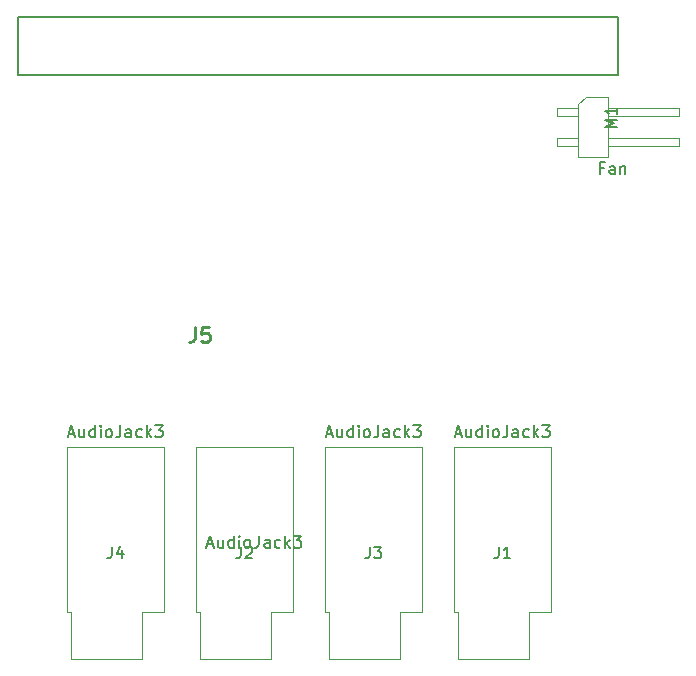
<source format=gbr>
%TF.GenerationSoftware,KiCad,Pcbnew,5.1.10-88a1d61d58~90~ubuntu20.04.1*%
%TF.CreationDate,2021-12-20T21:33:27+00:00*%
%TF.ProjectId,RPi_shield,5250695f-7368-4696-956c-642e6b696361,rev?*%
%TF.SameCoordinates,Original*%
%TF.FileFunction,Other,Fab,Top*%
%FSLAX46Y46*%
G04 Gerber Fmt 4.6, Leading zero omitted, Abs format (unit mm)*
G04 Created by KiCad (PCBNEW 5.1.10-88a1d61d58~90~ubuntu20.04.1) date 2021-12-20 21:33:27*
%MOMM*%
%LPD*%
G01*
G04 APERTURE LIST*
%ADD10C,0.100000*%
%ADD11C,0.200000*%
%ADD12C,0.150000*%
%ADD13C,0.254000*%
G04 APERTURE END LIST*
D10*
%TO.C,J1*%
X101922000Y-88004000D02*
X95922000Y-88004000D01*
X95922000Y-88004000D02*
X95922000Y-84004000D01*
X95922000Y-84004000D02*
X95622000Y-84004000D01*
X95622000Y-84004000D02*
X95622000Y-70004000D01*
X95622000Y-70004000D02*
X103822000Y-70004000D01*
X103822000Y-70004000D02*
X103822000Y-84004000D01*
X103822000Y-84004000D02*
X101922000Y-84004000D01*
X101922000Y-84004000D02*
X101922000Y-88004000D01*
%TO.C,J2*%
X80078000Y-84004000D02*
X80078000Y-88004000D01*
X81978000Y-84004000D02*
X80078000Y-84004000D01*
X81978000Y-70004000D02*
X81978000Y-84004000D01*
X73778000Y-70004000D02*
X81978000Y-70004000D01*
X73778000Y-84004000D02*
X73778000Y-70004000D01*
X74078000Y-84004000D02*
X73778000Y-84004000D01*
X74078000Y-88004000D02*
X74078000Y-84004000D01*
X80078000Y-88004000D02*
X74078000Y-88004000D01*
%TO.C,J3*%
X91000000Y-88004000D02*
X85000000Y-88004000D01*
X85000000Y-88004000D02*
X85000000Y-84004000D01*
X85000000Y-84004000D02*
X84700000Y-84004000D01*
X84700000Y-84004000D02*
X84700000Y-70004000D01*
X84700000Y-70004000D02*
X92900000Y-70004000D01*
X92900000Y-70004000D02*
X92900000Y-84004000D01*
X92900000Y-84004000D02*
X91000000Y-84004000D01*
X91000000Y-84004000D02*
X91000000Y-88004000D01*
%TO.C,J4*%
X69156000Y-84004000D02*
X69156000Y-88004000D01*
X71056000Y-84004000D02*
X69156000Y-84004000D01*
X71056000Y-70004000D02*
X71056000Y-84004000D01*
X62856000Y-70004000D02*
X71056000Y-70004000D01*
X62856000Y-84004000D02*
X62856000Y-70004000D01*
X63156000Y-84004000D02*
X62856000Y-84004000D01*
X63156000Y-88004000D02*
X63156000Y-84004000D01*
X69156000Y-88004000D02*
X63156000Y-88004000D01*
D11*
%TO.C,J5*%
X109474000Y-38543000D02*
X109474000Y-33593000D01*
X58674000Y-38543000D02*
X109474000Y-38543000D01*
X58674000Y-33593000D02*
X58674000Y-38543000D01*
X109474000Y-33593000D02*
X58674000Y-33593000D01*
D10*
%TO.C,M1*%
X108688000Y-44516000D02*
X114688000Y-44516000D01*
X114688000Y-43876000D02*
X114688000Y-44516000D01*
X108688000Y-43876000D02*
X114688000Y-43876000D01*
X104328000Y-44516000D02*
X106148000Y-44516000D01*
X104328000Y-43876000D02*
X104328000Y-44516000D01*
X104328000Y-43876000D02*
X106148000Y-43876000D01*
X108688000Y-41976000D02*
X114688000Y-41976000D01*
X114688000Y-41336000D02*
X114688000Y-41976000D01*
X108688000Y-41336000D02*
X114688000Y-41336000D01*
X104328000Y-41976000D02*
X106148000Y-41976000D01*
X104328000Y-41336000D02*
X104328000Y-41976000D01*
X104328000Y-41336000D02*
X106148000Y-41336000D01*
X106148000Y-41021000D02*
X106783000Y-40386000D01*
X106148000Y-45466000D02*
X106148000Y-41021000D01*
X108688000Y-45466000D02*
X106148000Y-45466000D01*
X108688000Y-40386000D02*
X108688000Y-45466000D01*
X106783000Y-40386000D02*
X108688000Y-40386000D01*
%TD*%
%TO.C,J1*%
D12*
X95745809Y-68920666D02*
X96222000Y-68920666D01*
X95650571Y-69206380D02*
X95983904Y-68206380D01*
X96317238Y-69206380D01*
X97079142Y-68539714D02*
X97079142Y-69206380D01*
X96650571Y-68539714D02*
X96650571Y-69063523D01*
X96698190Y-69158761D01*
X96793428Y-69206380D01*
X96936285Y-69206380D01*
X97031523Y-69158761D01*
X97079142Y-69111142D01*
X97983904Y-69206380D02*
X97983904Y-68206380D01*
X97983904Y-69158761D02*
X97888666Y-69206380D01*
X97698190Y-69206380D01*
X97602952Y-69158761D01*
X97555333Y-69111142D01*
X97507714Y-69015904D01*
X97507714Y-68730190D01*
X97555333Y-68634952D01*
X97602952Y-68587333D01*
X97698190Y-68539714D01*
X97888666Y-68539714D01*
X97983904Y-68587333D01*
X98460095Y-69206380D02*
X98460095Y-68539714D01*
X98460095Y-68206380D02*
X98412476Y-68254000D01*
X98460095Y-68301619D01*
X98507714Y-68254000D01*
X98460095Y-68206380D01*
X98460095Y-68301619D01*
X99079142Y-69206380D02*
X98983904Y-69158761D01*
X98936285Y-69111142D01*
X98888666Y-69015904D01*
X98888666Y-68730190D01*
X98936285Y-68634952D01*
X98983904Y-68587333D01*
X99079142Y-68539714D01*
X99222000Y-68539714D01*
X99317238Y-68587333D01*
X99364857Y-68634952D01*
X99412476Y-68730190D01*
X99412476Y-69015904D01*
X99364857Y-69111142D01*
X99317238Y-69158761D01*
X99222000Y-69206380D01*
X99079142Y-69206380D01*
X100126761Y-68206380D02*
X100126761Y-68920666D01*
X100079142Y-69063523D01*
X99983904Y-69158761D01*
X99841047Y-69206380D01*
X99745809Y-69206380D01*
X101031523Y-69206380D02*
X101031523Y-68682571D01*
X100983904Y-68587333D01*
X100888666Y-68539714D01*
X100698190Y-68539714D01*
X100602952Y-68587333D01*
X101031523Y-69158761D02*
X100936285Y-69206380D01*
X100698190Y-69206380D01*
X100602952Y-69158761D01*
X100555333Y-69063523D01*
X100555333Y-68968285D01*
X100602952Y-68873047D01*
X100698190Y-68825428D01*
X100936285Y-68825428D01*
X101031523Y-68777809D01*
X101936285Y-69158761D02*
X101841047Y-69206380D01*
X101650571Y-69206380D01*
X101555333Y-69158761D01*
X101507714Y-69111142D01*
X101460095Y-69015904D01*
X101460095Y-68730190D01*
X101507714Y-68634952D01*
X101555333Y-68587333D01*
X101650571Y-68539714D01*
X101841047Y-68539714D01*
X101936285Y-68587333D01*
X102364857Y-69206380D02*
X102364857Y-68206380D01*
X102460095Y-68825428D02*
X102745809Y-69206380D01*
X102745809Y-68539714D02*
X102364857Y-68920666D01*
X103079142Y-68206380D02*
X103698190Y-68206380D01*
X103364857Y-68587333D01*
X103507714Y-68587333D01*
X103602952Y-68634952D01*
X103650571Y-68682571D01*
X103698190Y-68777809D01*
X103698190Y-69015904D01*
X103650571Y-69111142D01*
X103602952Y-69158761D01*
X103507714Y-69206380D01*
X103222000Y-69206380D01*
X103126761Y-69158761D01*
X103079142Y-69111142D01*
X99388666Y-78456380D02*
X99388666Y-79170666D01*
X99341047Y-79313523D01*
X99245809Y-79408761D01*
X99102952Y-79456380D01*
X99007714Y-79456380D01*
X100388666Y-79456380D02*
X99817238Y-79456380D01*
X100102952Y-79456380D02*
X100102952Y-78456380D01*
X100007714Y-78599238D01*
X99912476Y-78694476D01*
X99817238Y-78742095D01*
%TO.C,J2*%
X74710810Y-78265667D02*
X75187001Y-78265667D01*
X74615572Y-78551381D02*
X74948905Y-77551381D01*
X75282239Y-78551381D01*
X76044143Y-77884715D02*
X76044143Y-78551381D01*
X75615572Y-77884715D02*
X75615572Y-78408524D01*
X75663191Y-78503762D01*
X75758429Y-78551381D01*
X75901286Y-78551381D01*
X75996524Y-78503762D01*
X76044143Y-78456143D01*
X76948905Y-78551381D02*
X76948905Y-77551381D01*
X76948905Y-78503762D02*
X76853667Y-78551381D01*
X76663191Y-78551381D01*
X76567953Y-78503762D01*
X76520334Y-78456143D01*
X76472715Y-78360905D01*
X76472715Y-78075191D01*
X76520334Y-77979953D01*
X76567953Y-77932334D01*
X76663191Y-77884715D01*
X76853667Y-77884715D01*
X76948905Y-77932334D01*
X77425096Y-78551381D02*
X77425096Y-77884715D01*
X77425096Y-77551381D02*
X77377477Y-77599001D01*
X77425096Y-77646620D01*
X77472715Y-77599001D01*
X77425096Y-77551381D01*
X77425096Y-77646620D01*
X78044143Y-78551381D02*
X77948905Y-78503762D01*
X77901286Y-78456143D01*
X77853667Y-78360905D01*
X77853667Y-78075191D01*
X77901286Y-77979953D01*
X77948905Y-77932334D01*
X78044143Y-77884715D01*
X78187001Y-77884715D01*
X78282239Y-77932334D01*
X78329858Y-77979953D01*
X78377477Y-78075191D01*
X78377477Y-78360905D01*
X78329858Y-78456143D01*
X78282239Y-78503762D01*
X78187001Y-78551381D01*
X78044143Y-78551381D01*
X79091762Y-77551381D02*
X79091762Y-78265667D01*
X79044143Y-78408524D01*
X78948905Y-78503762D01*
X78806048Y-78551381D01*
X78710810Y-78551381D01*
X79996524Y-78551381D02*
X79996524Y-78027572D01*
X79948905Y-77932334D01*
X79853667Y-77884715D01*
X79663191Y-77884715D01*
X79567953Y-77932334D01*
X79996524Y-78503762D02*
X79901286Y-78551381D01*
X79663191Y-78551381D01*
X79567953Y-78503762D01*
X79520334Y-78408524D01*
X79520334Y-78313286D01*
X79567953Y-78218048D01*
X79663191Y-78170429D01*
X79901286Y-78170429D01*
X79996524Y-78122810D01*
X80901286Y-78503762D02*
X80806048Y-78551381D01*
X80615572Y-78551381D01*
X80520334Y-78503762D01*
X80472715Y-78456143D01*
X80425096Y-78360905D01*
X80425096Y-78075191D01*
X80472715Y-77979953D01*
X80520334Y-77932334D01*
X80615572Y-77884715D01*
X80806048Y-77884715D01*
X80901286Y-77932334D01*
X81329858Y-78551381D02*
X81329858Y-77551381D01*
X81425096Y-78170429D02*
X81710810Y-78551381D01*
X81710810Y-77884715D02*
X81329858Y-78265667D01*
X82044143Y-77551381D02*
X82663191Y-77551381D01*
X82329858Y-77932334D01*
X82472715Y-77932334D01*
X82567953Y-77979953D01*
X82615572Y-78027572D01*
X82663191Y-78122810D01*
X82663191Y-78360905D01*
X82615572Y-78456143D01*
X82567953Y-78503762D01*
X82472715Y-78551381D01*
X82187001Y-78551381D01*
X82091762Y-78503762D01*
X82044143Y-78456143D01*
X77544666Y-78456380D02*
X77544666Y-79170666D01*
X77497047Y-79313523D01*
X77401809Y-79408761D01*
X77258952Y-79456380D01*
X77163714Y-79456380D01*
X77973238Y-78551619D02*
X78020857Y-78504000D01*
X78116095Y-78456380D01*
X78354190Y-78456380D01*
X78449428Y-78504000D01*
X78497047Y-78551619D01*
X78544666Y-78646857D01*
X78544666Y-78742095D01*
X78497047Y-78884952D01*
X77925619Y-79456380D01*
X78544666Y-79456380D01*
%TO.C,J3*%
X84823809Y-68920666D02*
X85300000Y-68920666D01*
X84728571Y-69206380D02*
X85061904Y-68206380D01*
X85395238Y-69206380D01*
X86157142Y-68539714D02*
X86157142Y-69206380D01*
X85728571Y-68539714D02*
X85728571Y-69063523D01*
X85776190Y-69158761D01*
X85871428Y-69206380D01*
X86014285Y-69206380D01*
X86109523Y-69158761D01*
X86157142Y-69111142D01*
X87061904Y-69206380D02*
X87061904Y-68206380D01*
X87061904Y-69158761D02*
X86966666Y-69206380D01*
X86776190Y-69206380D01*
X86680952Y-69158761D01*
X86633333Y-69111142D01*
X86585714Y-69015904D01*
X86585714Y-68730190D01*
X86633333Y-68634952D01*
X86680952Y-68587333D01*
X86776190Y-68539714D01*
X86966666Y-68539714D01*
X87061904Y-68587333D01*
X87538095Y-69206380D02*
X87538095Y-68539714D01*
X87538095Y-68206380D02*
X87490476Y-68254000D01*
X87538095Y-68301619D01*
X87585714Y-68254000D01*
X87538095Y-68206380D01*
X87538095Y-68301619D01*
X88157142Y-69206380D02*
X88061904Y-69158761D01*
X88014285Y-69111142D01*
X87966666Y-69015904D01*
X87966666Y-68730190D01*
X88014285Y-68634952D01*
X88061904Y-68587333D01*
X88157142Y-68539714D01*
X88300000Y-68539714D01*
X88395238Y-68587333D01*
X88442857Y-68634952D01*
X88490476Y-68730190D01*
X88490476Y-69015904D01*
X88442857Y-69111142D01*
X88395238Y-69158761D01*
X88300000Y-69206380D01*
X88157142Y-69206380D01*
X89204761Y-68206380D02*
X89204761Y-68920666D01*
X89157142Y-69063523D01*
X89061904Y-69158761D01*
X88919047Y-69206380D01*
X88823809Y-69206380D01*
X90109523Y-69206380D02*
X90109523Y-68682571D01*
X90061904Y-68587333D01*
X89966666Y-68539714D01*
X89776190Y-68539714D01*
X89680952Y-68587333D01*
X90109523Y-69158761D02*
X90014285Y-69206380D01*
X89776190Y-69206380D01*
X89680952Y-69158761D01*
X89633333Y-69063523D01*
X89633333Y-68968285D01*
X89680952Y-68873047D01*
X89776190Y-68825428D01*
X90014285Y-68825428D01*
X90109523Y-68777809D01*
X91014285Y-69158761D02*
X90919047Y-69206380D01*
X90728571Y-69206380D01*
X90633333Y-69158761D01*
X90585714Y-69111142D01*
X90538095Y-69015904D01*
X90538095Y-68730190D01*
X90585714Y-68634952D01*
X90633333Y-68587333D01*
X90728571Y-68539714D01*
X90919047Y-68539714D01*
X91014285Y-68587333D01*
X91442857Y-69206380D02*
X91442857Y-68206380D01*
X91538095Y-68825428D02*
X91823809Y-69206380D01*
X91823809Y-68539714D02*
X91442857Y-68920666D01*
X92157142Y-68206380D02*
X92776190Y-68206380D01*
X92442857Y-68587333D01*
X92585714Y-68587333D01*
X92680952Y-68634952D01*
X92728571Y-68682571D01*
X92776190Y-68777809D01*
X92776190Y-69015904D01*
X92728571Y-69111142D01*
X92680952Y-69158761D01*
X92585714Y-69206380D01*
X92300000Y-69206380D01*
X92204761Y-69158761D01*
X92157142Y-69111142D01*
X88466666Y-78456380D02*
X88466666Y-79170666D01*
X88419047Y-79313523D01*
X88323809Y-79408761D01*
X88180952Y-79456380D01*
X88085714Y-79456380D01*
X88847619Y-78456380D02*
X89466666Y-78456380D01*
X89133333Y-78837333D01*
X89276190Y-78837333D01*
X89371428Y-78884952D01*
X89419047Y-78932571D01*
X89466666Y-79027809D01*
X89466666Y-79265904D01*
X89419047Y-79361142D01*
X89371428Y-79408761D01*
X89276190Y-79456380D01*
X88990476Y-79456380D01*
X88895238Y-79408761D01*
X88847619Y-79361142D01*
%TO.C,J4*%
X62979809Y-68920666D02*
X63456000Y-68920666D01*
X62884571Y-69206380D02*
X63217904Y-68206380D01*
X63551238Y-69206380D01*
X64313142Y-68539714D02*
X64313142Y-69206380D01*
X63884571Y-68539714D02*
X63884571Y-69063523D01*
X63932190Y-69158761D01*
X64027428Y-69206380D01*
X64170285Y-69206380D01*
X64265523Y-69158761D01*
X64313142Y-69111142D01*
X65217904Y-69206380D02*
X65217904Y-68206380D01*
X65217904Y-69158761D02*
X65122666Y-69206380D01*
X64932190Y-69206380D01*
X64836952Y-69158761D01*
X64789333Y-69111142D01*
X64741714Y-69015904D01*
X64741714Y-68730190D01*
X64789333Y-68634952D01*
X64836952Y-68587333D01*
X64932190Y-68539714D01*
X65122666Y-68539714D01*
X65217904Y-68587333D01*
X65694095Y-69206380D02*
X65694095Y-68539714D01*
X65694095Y-68206380D02*
X65646476Y-68254000D01*
X65694095Y-68301619D01*
X65741714Y-68254000D01*
X65694095Y-68206380D01*
X65694095Y-68301619D01*
X66313142Y-69206380D02*
X66217904Y-69158761D01*
X66170285Y-69111142D01*
X66122666Y-69015904D01*
X66122666Y-68730190D01*
X66170285Y-68634952D01*
X66217904Y-68587333D01*
X66313142Y-68539714D01*
X66456000Y-68539714D01*
X66551238Y-68587333D01*
X66598857Y-68634952D01*
X66646476Y-68730190D01*
X66646476Y-69015904D01*
X66598857Y-69111142D01*
X66551238Y-69158761D01*
X66456000Y-69206380D01*
X66313142Y-69206380D01*
X67360761Y-68206380D02*
X67360761Y-68920666D01*
X67313142Y-69063523D01*
X67217904Y-69158761D01*
X67075047Y-69206380D01*
X66979809Y-69206380D01*
X68265523Y-69206380D02*
X68265523Y-68682571D01*
X68217904Y-68587333D01*
X68122666Y-68539714D01*
X67932190Y-68539714D01*
X67836952Y-68587333D01*
X68265523Y-69158761D02*
X68170285Y-69206380D01*
X67932190Y-69206380D01*
X67836952Y-69158761D01*
X67789333Y-69063523D01*
X67789333Y-68968285D01*
X67836952Y-68873047D01*
X67932190Y-68825428D01*
X68170285Y-68825428D01*
X68265523Y-68777809D01*
X69170285Y-69158761D02*
X69075047Y-69206380D01*
X68884571Y-69206380D01*
X68789333Y-69158761D01*
X68741714Y-69111142D01*
X68694095Y-69015904D01*
X68694095Y-68730190D01*
X68741714Y-68634952D01*
X68789333Y-68587333D01*
X68884571Y-68539714D01*
X69075047Y-68539714D01*
X69170285Y-68587333D01*
X69598857Y-69206380D02*
X69598857Y-68206380D01*
X69694095Y-68825428D02*
X69979809Y-69206380D01*
X69979809Y-68539714D02*
X69598857Y-68920666D01*
X70313142Y-68206380D02*
X70932190Y-68206380D01*
X70598857Y-68587333D01*
X70741714Y-68587333D01*
X70836952Y-68634952D01*
X70884571Y-68682571D01*
X70932190Y-68777809D01*
X70932190Y-69015904D01*
X70884571Y-69111142D01*
X70836952Y-69158761D01*
X70741714Y-69206380D01*
X70456000Y-69206380D01*
X70360761Y-69158761D01*
X70313142Y-69111142D01*
X66622666Y-78456380D02*
X66622666Y-79170666D01*
X66575047Y-79313523D01*
X66479809Y-79408761D01*
X66336952Y-79456380D01*
X66241714Y-79456380D01*
X67527428Y-78789714D02*
X67527428Y-79456380D01*
X67289333Y-78408761D02*
X67051238Y-79123047D01*
X67670285Y-79123047D01*
%TO.C,J5*%
D13*
X73650666Y-59872523D02*
X73650666Y-60779666D01*
X73590190Y-60961095D01*
X73469238Y-61082047D01*
X73287809Y-61142523D01*
X73166857Y-61142523D01*
X74860190Y-59872523D02*
X74255428Y-59872523D01*
X74194952Y-60477285D01*
X74255428Y-60416809D01*
X74376380Y-60356333D01*
X74678761Y-60356333D01*
X74799714Y-60416809D01*
X74860190Y-60477285D01*
X74920666Y-60598238D01*
X74920666Y-60900619D01*
X74860190Y-61021571D01*
X74799714Y-61082047D01*
X74678761Y-61142523D01*
X74376380Y-61142523D01*
X74255428Y-61082047D01*
X74194952Y-61021571D01*
%TO.C,M1*%
D12*
X108271095Y-46394571D02*
X107937761Y-46394571D01*
X107937761Y-46918380D02*
X107937761Y-45918380D01*
X108413952Y-45918380D01*
X109223476Y-46918380D02*
X109223476Y-46394571D01*
X109175857Y-46299333D01*
X109080619Y-46251714D01*
X108890142Y-46251714D01*
X108794904Y-46299333D01*
X109223476Y-46870761D02*
X109128238Y-46918380D01*
X108890142Y-46918380D01*
X108794904Y-46870761D01*
X108747285Y-46775523D01*
X108747285Y-46680285D01*
X108794904Y-46585047D01*
X108890142Y-46537428D01*
X109128238Y-46537428D01*
X109223476Y-46489809D01*
X109699666Y-46251714D02*
X109699666Y-46918380D01*
X109699666Y-46346952D02*
X109747285Y-46299333D01*
X109842523Y-46251714D01*
X109985380Y-46251714D01*
X110080619Y-46299333D01*
X110128238Y-46394571D01*
X110128238Y-46918380D01*
X109418380Y-42973523D02*
X108418380Y-42973523D01*
X109132666Y-42640190D01*
X108418380Y-42306857D01*
X109418380Y-42306857D01*
X109418380Y-41306857D02*
X109418380Y-41878285D01*
X109418380Y-41592571D02*
X108418380Y-41592571D01*
X108561238Y-41687809D01*
X108656476Y-41783047D01*
X108704095Y-41878285D01*
%TD*%
M02*

</source>
